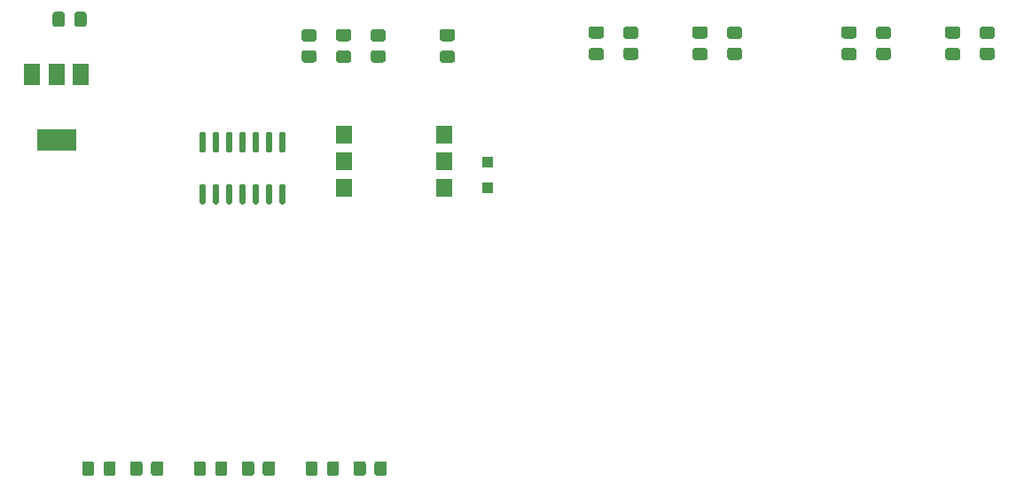
<source format=gbr>
%TF.GenerationSoftware,KiCad,Pcbnew,(5.1.10)-1*%
%TF.CreationDate,2021-06-26T12:31:51+02:00*%
%TF.ProjectId,mister-midi-pcb,6d697374-6572-42d6-9d69-64692d706362,rev?*%
%TF.SameCoordinates,Original*%
%TF.FileFunction,Paste,Top*%
%TF.FilePolarity,Positive*%
%FSLAX46Y46*%
G04 Gerber Fmt 4.6, Leading zero omitted, Abs format (unit mm)*
G04 Created by KiCad (PCBNEW (5.1.10)-1) date 2021-06-26 12:31:51*
%MOMM*%
%LPD*%
G01*
G04 APERTURE LIST*
%ADD10R,1.000000X1.000000*%
%ADD11R,1.500000X1.780000*%
%ADD12R,3.800000X2.000000*%
%ADD13R,1.500000X2.000000*%
G04 APERTURE END LIST*
%TO.C,C1*%
G36*
G01*
X68225000Y-99281000D02*
X68225000Y-98331000D01*
G75*
G02*
X68475000Y-98081000I250000J0D01*
G01*
X69150000Y-98081000D01*
G75*
G02*
X69400000Y-98331000I0J-250000D01*
G01*
X69400000Y-99281000D01*
G75*
G02*
X69150000Y-99531000I-250000J0D01*
G01*
X68475000Y-99531000D01*
G75*
G02*
X68225000Y-99281000I0J250000D01*
G01*
G37*
G36*
G01*
X70300000Y-99281000D02*
X70300000Y-98331000D01*
G75*
G02*
X70550000Y-98081000I250000J0D01*
G01*
X71225000Y-98081000D01*
G75*
G02*
X71475000Y-98331000I0J-250000D01*
G01*
X71475000Y-99281000D01*
G75*
G02*
X71225000Y-99531000I-250000J0D01*
G01*
X70550000Y-99531000D01*
G75*
G02*
X70300000Y-99281000I0J250000D01*
G01*
G37*
%TD*%
D10*
%TO.C,D1*%
X109728000Y-114915000D03*
X109728000Y-112415000D03*
%TD*%
%TO.C,D2*%
G36*
G01*
X71044000Y-142182001D02*
X71044000Y-141281999D01*
G75*
G02*
X71293999Y-141032000I249999J0D01*
G01*
X71944001Y-141032000D01*
G75*
G02*
X72194000Y-141281999I0J-249999D01*
G01*
X72194000Y-142182001D01*
G75*
G02*
X71944001Y-142432000I-249999J0D01*
G01*
X71293999Y-142432000D01*
G75*
G02*
X71044000Y-142182001I0J249999D01*
G01*
G37*
G36*
G01*
X73094000Y-142182001D02*
X73094000Y-141281999D01*
G75*
G02*
X73343999Y-141032000I249999J0D01*
G01*
X73994001Y-141032000D01*
G75*
G02*
X74244000Y-141281999I0J-249999D01*
G01*
X74244000Y-142182001D01*
G75*
G02*
X73994001Y-142432000I-249999J0D01*
G01*
X73343999Y-142432000D01*
G75*
G02*
X73094000Y-142182001I0J249999D01*
G01*
G37*
%TD*%
%TO.C,R1*%
G36*
G01*
X98863999Y-99746000D02*
X99764001Y-99746000D01*
G75*
G02*
X100014000Y-99995999I0J-249999D01*
G01*
X100014000Y-100696001D01*
G75*
G02*
X99764001Y-100946000I-249999J0D01*
G01*
X98863999Y-100946000D01*
G75*
G02*
X98614000Y-100696001I0J249999D01*
G01*
X98614000Y-99995999D01*
G75*
G02*
X98863999Y-99746000I249999J0D01*
G01*
G37*
G36*
G01*
X98863999Y-101746000D02*
X99764001Y-101746000D01*
G75*
G02*
X100014000Y-101995999I0J-249999D01*
G01*
X100014000Y-102696001D01*
G75*
G02*
X99764001Y-102946000I-249999J0D01*
G01*
X98863999Y-102946000D01*
G75*
G02*
X98614000Y-102696001I0J249999D01*
G01*
X98614000Y-101995999D01*
G75*
G02*
X98863999Y-101746000I249999J0D01*
G01*
G37*
%TD*%
%TO.C,R2*%
G36*
G01*
X92259999Y-101746000D02*
X93160001Y-101746000D01*
G75*
G02*
X93410000Y-101995999I0J-249999D01*
G01*
X93410000Y-102696001D01*
G75*
G02*
X93160001Y-102946000I-249999J0D01*
G01*
X92259999Y-102946000D01*
G75*
G02*
X92010000Y-102696001I0J249999D01*
G01*
X92010000Y-101995999D01*
G75*
G02*
X92259999Y-101746000I249999J0D01*
G01*
G37*
G36*
G01*
X92259999Y-99746000D02*
X93160001Y-99746000D01*
G75*
G02*
X93410000Y-99995999I0J-249999D01*
G01*
X93410000Y-100696001D01*
G75*
G02*
X93160001Y-100946000I-249999J0D01*
G01*
X92259999Y-100946000D01*
G75*
G02*
X92010000Y-100696001I0J249999D01*
G01*
X92010000Y-99995999D01*
G75*
G02*
X92259999Y-99746000I249999J0D01*
G01*
G37*
%TD*%
%TO.C,R3*%
G36*
G01*
X77616000Y-142182001D02*
X77616000Y-141281999D01*
G75*
G02*
X77865999Y-141032000I249999J0D01*
G01*
X78566001Y-141032000D01*
G75*
G02*
X78816000Y-141281999I0J-249999D01*
G01*
X78816000Y-142182001D01*
G75*
G02*
X78566001Y-142432000I-249999J0D01*
G01*
X77865999Y-142432000D01*
G75*
G02*
X77616000Y-142182001I0J249999D01*
G01*
G37*
G36*
G01*
X75616000Y-142182001D02*
X75616000Y-141281999D01*
G75*
G02*
X75865999Y-141032000I249999J0D01*
G01*
X76566001Y-141032000D01*
G75*
G02*
X76816000Y-141281999I0J-249999D01*
G01*
X76816000Y-142182001D01*
G75*
G02*
X76566001Y-142432000I-249999J0D01*
G01*
X75865999Y-142432000D01*
G75*
G02*
X75616000Y-142182001I0J249999D01*
G01*
G37*
%TD*%
%TO.C,R4*%
G36*
G01*
X123894001Y-102692000D02*
X122993999Y-102692000D01*
G75*
G02*
X122744000Y-102442001I0J249999D01*
G01*
X122744000Y-101741999D01*
G75*
G02*
X122993999Y-101492000I249999J0D01*
G01*
X123894001Y-101492000D01*
G75*
G02*
X124144000Y-101741999I0J-249999D01*
G01*
X124144000Y-102442001D01*
G75*
G02*
X123894001Y-102692000I-249999J0D01*
G01*
G37*
G36*
G01*
X123894001Y-100692000D02*
X122993999Y-100692000D01*
G75*
G02*
X122744000Y-100442001I0J249999D01*
G01*
X122744000Y-99741999D01*
G75*
G02*
X122993999Y-99492000I249999J0D01*
G01*
X123894001Y-99492000D01*
G75*
G02*
X124144000Y-99741999I0J-249999D01*
G01*
X124144000Y-100442001D01*
G75*
G02*
X123894001Y-100692000I-249999J0D01*
G01*
G37*
%TD*%
%TO.C,R5*%
G36*
G01*
X148024001Y-102692000D02*
X147123999Y-102692000D01*
G75*
G02*
X146874000Y-102442001I0J249999D01*
G01*
X146874000Y-101741999D01*
G75*
G02*
X147123999Y-101492000I249999J0D01*
G01*
X148024001Y-101492000D01*
G75*
G02*
X148274000Y-101741999I0J-249999D01*
G01*
X148274000Y-102442001D01*
G75*
G02*
X148024001Y-102692000I-249999J0D01*
G01*
G37*
G36*
G01*
X148024001Y-100692000D02*
X147123999Y-100692000D01*
G75*
G02*
X146874000Y-100442001I0J249999D01*
G01*
X146874000Y-99741999D01*
G75*
G02*
X147123999Y-99492000I249999J0D01*
G01*
X148024001Y-99492000D01*
G75*
G02*
X148274000Y-99741999I0J-249999D01*
G01*
X148274000Y-100442001D01*
G75*
G02*
X148024001Y-100692000I-249999J0D01*
G01*
G37*
%TD*%
%TO.C,R6*%
G36*
G01*
X132899999Y-101492000D02*
X133800001Y-101492000D01*
G75*
G02*
X134050000Y-101741999I0J-249999D01*
G01*
X134050000Y-102442001D01*
G75*
G02*
X133800001Y-102692000I-249999J0D01*
G01*
X132899999Y-102692000D01*
G75*
G02*
X132650000Y-102442001I0J249999D01*
G01*
X132650000Y-101741999D01*
G75*
G02*
X132899999Y-101492000I249999J0D01*
G01*
G37*
G36*
G01*
X132899999Y-99492000D02*
X133800001Y-99492000D01*
G75*
G02*
X134050000Y-99741999I0J-249999D01*
G01*
X134050000Y-100442001D01*
G75*
G02*
X133800001Y-100692000I-249999J0D01*
G01*
X132899999Y-100692000D01*
G75*
G02*
X132650000Y-100442001I0J249999D01*
G01*
X132650000Y-99741999D01*
G75*
G02*
X132899999Y-99492000I249999J0D01*
G01*
G37*
%TD*%
%TO.C,R7*%
G36*
G01*
X157930001Y-102692000D02*
X157029999Y-102692000D01*
G75*
G02*
X156780000Y-102442001I0J249999D01*
G01*
X156780000Y-101741999D01*
G75*
G02*
X157029999Y-101492000I249999J0D01*
G01*
X157930001Y-101492000D01*
G75*
G02*
X158180000Y-101741999I0J-249999D01*
G01*
X158180000Y-102442001D01*
G75*
G02*
X157930001Y-102692000I-249999J0D01*
G01*
G37*
G36*
G01*
X157930001Y-100692000D02*
X157029999Y-100692000D01*
G75*
G02*
X156780000Y-100442001I0J249999D01*
G01*
X156780000Y-99741999D01*
G75*
G02*
X157029999Y-99492000I249999J0D01*
G01*
X157930001Y-99492000D01*
G75*
G02*
X158180000Y-99741999I0J-249999D01*
G01*
X158180000Y-100442001D01*
G75*
G02*
X157930001Y-100692000I-249999J0D01*
G01*
G37*
%TD*%
D11*
%TO.C,U1*%
X105603000Y-114935000D03*
X96073000Y-109855000D03*
X105603000Y-112395000D03*
X96073000Y-112395000D03*
X105603000Y-109855000D03*
X96073000Y-114935000D03*
%TD*%
%TO.C,D3*%
G36*
G01*
X81712000Y-142182001D02*
X81712000Y-141281999D01*
G75*
G02*
X81961999Y-141032000I249999J0D01*
G01*
X82612001Y-141032000D01*
G75*
G02*
X82862000Y-141281999I0J-249999D01*
G01*
X82862000Y-142182001D01*
G75*
G02*
X82612001Y-142432000I-249999J0D01*
G01*
X81961999Y-142432000D01*
G75*
G02*
X81712000Y-142182001I0J249999D01*
G01*
G37*
G36*
G01*
X83762000Y-142182001D02*
X83762000Y-141281999D01*
G75*
G02*
X84011999Y-141032000I249999J0D01*
G01*
X84662001Y-141032000D01*
G75*
G02*
X84912000Y-141281999I0J-249999D01*
G01*
X84912000Y-142182001D01*
G75*
G02*
X84662001Y-142432000I-249999J0D01*
G01*
X84011999Y-142432000D01*
G75*
G02*
X83762000Y-142182001I0J249999D01*
G01*
G37*
%TD*%
%TO.C,D4*%
G36*
G01*
X94430000Y-142182001D02*
X94430000Y-141281999D01*
G75*
G02*
X94679999Y-141032000I249999J0D01*
G01*
X95330001Y-141032000D01*
G75*
G02*
X95580000Y-141281999I0J-249999D01*
G01*
X95580000Y-142182001D01*
G75*
G02*
X95330001Y-142432000I-249999J0D01*
G01*
X94679999Y-142432000D01*
G75*
G02*
X94430000Y-142182001I0J249999D01*
G01*
G37*
G36*
G01*
X92380000Y-142182001D02*
X92380000Y-141281999D01*
G75*
G02*
X92629999Y-141032000I249999J0D01*
G01*
X93280001Y-141032000D01*
G75*
G02*
X93530000Y-141281999I0J-249999D01*
G01*
X93530000Y-142182001D01*
G75*
G02*
X93280001Y-142432000I-249999J0D01*
G01*
X92629999Y-142432000D01*
G75*
G02*
X92380000Y-142182001I0J249999D01*
G01*
G37*
%TD*%
%TO.C,FB1*%
G36*
G01*
X96487000Y-102971000D02*
X95537000Y-102971000D01*
G75*
G02*
X95287000Y-102721000I0J250000D01*
G01*
X95287000Y-102046000D01*
G75*
G02*
X95537000Y-101796000I250000J0D01*
G01*
X96487000Y-101796000D01*
G75*
G02*
X96737000Y-102046000I0J-250000D01*
G01*
X96737000Y-102721000D01*
G75*
G02*
X96487000Y-102971000I-250000J0D01*
G01*
G37*
G36*
G01*
X96487000Y-100896000D02*
X95537000Y-100896000D01*
G75*
G02*
X95287000Y-100646000I0J250000D01*
G01*
X95287000Y-99971000D01*
G75*
G02*
X95537000Y-99721000I250000J0D01*
G01*
X96487000Y-99721000D01*
G75*
G02*
X96737000Y-99971000I0J-250000D01*
G01*
X96737000Y-100646000D01*
G75*
G02*
X96487000Y-100896000I-250000J0D01*
G01*
G37*
%TD*%
%TO.C,FB2*%
G36*
G01*
X106393000Y-100896000D02*
X105443000Y-100896000D01*
G75*
G02*
X105193000Y-100646000I0J250000D01*
G01*
X105193000Y-99971000D01*
G75*
G02*
X105443000Y-99721000I250000J0D01*
G01*
X106393000Y-99721000D01*
G75*
G02*
X106643000Y-99971000I0J-250000D01*
G01*
X106643000Y-100646000D01*
G75*
G02*
X106393000Y-100896000I-250000J0D01*
G01*
G37*
G36*
G01*
X106393000Y-102971000D02*
X105443000Y-102971000D01*
G75*
G02*
X105193000Y-102721000I0J250000D01*
G01*
X105193000Y-102046000D01*
G75*
G02*
X105443000Y-101796000I250000J0D01*
G01*
X106393000Y-101796000D01*
G75*
G02*
X106643000Y-102046000I0J-250000D01*
G01*
X106643000Y-102721000D01*
G75*
G02*
X106393000Y-102971000I-250000J0D01*
G01*
G37*
%TD*%
%TO.C,FB3*%
G36*
G01*
X129573000Y-99467000D02*
X130523000Y-99467000D01*
G75*
G02*
X130773000Y-99717000I0J-250000D01*
G01*
X130773000Y-100392000D01*
G75*
G02*
X130523000Y-100642000I-250000J0D01*
G01*
X129573000Y-100642000D01*
G75*
G02*
X129323000Y-100392000I0J250000D01*
G01*
X129323000Y-99717000D01*
G75*
G02*
X129573000Y-99467000I250000J0D01*
G01*
G37*
G36*
G01*
X129573000Y-101542000D02*
X130523000Y-101542000D01*
G75*
G02*
X130773000Y-101792000I0J-250000D01*
G01*
X130773000Y-102467000D01*
G75*
G02*
X130523000Y-102717000I-250000J0D01*
G01*
X129573000Y-102717000D01*
G75*
G02*
X129323000Y-102467000I0J250000D01*
G01*
X129323000Y-101792000D01*
G75*
G02*
X129573000Y-101542000I250000J0D01*
G01*
G37*
%TD*%
%TO.C,FB4*%
G36*
G01*
X153703000Y-101542000D02*
X154653000Y-101542000D01*
G75*
G02*
X154903000Y-101792000I0J-250000D01*
G01*
X154903000Y-102467000D01*
G75*
G02*
X154653000Y-102717000I-250000J0D01*
G01*
X153703000Y-102717000D01*
G75*
G02*
X153453000Y-102467000I0J250000D01*
G01*
X153453000Y-101792000D01*
G75*
G02*
X153703000Y-101542000I250000J0D01*
G01*
G37*
G36*
G01*
X153703000Y-99467000D02*
X154653000Y-99467000D01*
G75*
G02*
X154903000Y-99717000I0J-250000D01*
G01*
X154903000Y-100392000D01*
G75*
G02*
X154653000Y-100642000I-250000J0D01*
G01*
X153703000Y-100642000D01*
G75*
G02*
X153453000Y-100392000I0J250000D01*
G01*
X153453000Y-99717000D01*
G75*
G02*
X153703000Y-99467000I250000J0D01*
G01*
G37*
%TD*%
%TO.C,FB5*%
G36*
G01*
X120617000Y-100642000D02*
X119667000Y-100642000D01*
G75*
G02*
X119417000Y-100392000I0J250000D01*
G01*
X119417000Y-99717000D01*
G75*
G02*
X119667000Y-99467000I250000J0D01*
G01*
X120617000Y-99467000D01*
G75*
G02*
X120867000Y-99717000I0J-250000D01*
G01*
X120867000Y-100392000D01*
G75*
G02*
X120617000Y-100642000I-250000J0D01*
G01*
G37*
G36*
G01*
X120617000Y-102717000D02*
X119667000Y-102717000D01*
G75*
G02*
X119417000Y-102467000I0J250000D01*
G01*
X119417000Y-101792000D01*
G75*
G02*
X119667000Y-101542000I250000J0D01*
G01*
X120617000Y-101542000D01*
G75*
G02*
X120867000Y-101792000I0J-250000D01*
G01*
X120867000Y-102467000D01*
G75*
G02*
X120617000Y-102717000I-250000J0D01*
G01*
G37*
%TD*%
%TO.C,FB6*%
G36*
G01*
X144747000Y-102717000D02*
X143797000Y-102717000D01*
G75*
G02*
X143547000Y-102467000I0J250000D01*
G01*
X143547000Y-101792000D01*
G75*
G02*
X143797000Y-101542000I250000J0D01*
G01*
X144747000Y-101542000D01*
G75*
G02*
X144997000Y-101792000I0J-250000D01*
G01*
X144997000Y-102467000D01*
G75*
G02*
X144747000Y-102717000I-250000J0D01*
G01*
G37*
G36*
G01*
X144747000Y-100642000D02*
X143797000Y-100642000D01*
G75*
G02*
X143547000Y-100392000I0J250000D01*
G01*
X143547000Y-99717000D01*
G75*
G02*
X143797000Y-99467000I250000J0D01*
G01*
X144747000Y-99467000D01*
G75*
G02*
X144997000Y-99717000I0J-250000D01*
G01*
X144997000Y-100392000D01*
G75*
G02*
X144747000Y-100642000I-250000J0D01*
G01*
G37*
%TD*%
%TO.C,R8*%
G36*
G01*
X88284000Y-142182001D02*
X88284000Y-141281999D01*
G75*
G02*
X88533999Y-141032000I249999J0D01*
G01*
X89234001Y-141032000D01*
G75*
G02*
X89484000Y-141281999I0J-249999D01*
G01*
X89484000Y-142182001D01*
G75*
G02*
X89234001Y-142432000I-249999J0D01*
G01*
X88533999Y-142432000D01*
G75*
G02*
X88284000Y-142182001I0J249999D01*
G01*
G37*
G36*
G01*
X86284000Y-142182001D02*
X86284000Y-141281999D01*
G75*
G02*
X86533999Y-141032000I249999J0D01*
G01*
X87234001Y-141032000D01*
G75*
G02*
X87484000Y-141281999I0J-249999D01*
G01*
X87484000Y-142182001D01*
G75*
G02*
X87234001Y-142432000I-249999J0D01*
G01*
X86533999Y-142432000D01*
G75*
G02*
X86284000Y-142182001I0J249999D01*
G01*
G37*
%TD*%
%TO.C,R9*%
G36*
G01*
X96952000Y-142182001D02*
X96952000Y-141281999D01*
G75*
G02*
X97201999Y-141032000I249999J0D01*
G01*
X97902001Y-141032000D01*
G75*
G02*
X98152000Y-141281999I0J-249999D01*
G01*
X98152000Y-142182001D01*
G75*
G02*
X97902001Y-142432000I-249999J0D01*
G01*
X97201999Y-142432000D01*
G75*
G02*
X96952000Y-142182001I0J249999D01*
G01*
G37*
G36*
G01*
X98952000Y-142182001D02*
X98952000Y-141281999D01*
G75*
G02*
X99201999Y-141032000I249999J0D01*
G01*
X99902001Y-141032000D01*
G75*
G02*
X100152000Y-141281999I0J-249999D01*
G01*
X100152000Y-142182001D01*
G75*
G02*
X99902001Y-142432000I-249999J0D01*
G01*
X99201999Y-142432000D01*
G75*
G02*
X98952000Y-142182001I0J249999D01*
G01*
G37*
%TD*%
%TO.C,U2*%
G36*
G01*
X82700000Y-116480000D02*
X82400000Y-116480000D01*
G75*
G02*
X82250000Y-116330000I0J150000D01*
G01*
X82250000Y-114680000D01*
G75*
G02*
X82400000Y-114530000I150000J0D01*
G01*
X82700000Y-114530000D01*
G75*
G02*
X82850000Y-114680000I0J-150000D01*
G01*
X82850000Y-116330000D01*
G75*
G02*
X82700000Y-116480000I-150000J0D01*
G01*
G37*
G36*
G01*
X83970000Y-116480000D02*
X83670000Y-116480000D01*
G75*
G02*
X83520000Y-116330000I0J150000D01*
G01*
X83520000Y-114680000D01*
G75*
G02*
X83670000Y-114530000I150000J0D01*
G01*
X83970000Y-114530000D01*
G75*
G02*
X84120000Y-114680000I0J-150000D01*
G01*
X84120000Y-116330000D01*
G75*
G02*
X83970000Y-116480000I-150000J0D01*
G01*
G37*
G36*
G01*
X85240000Y-116480000D02*
X84940000Y-116480000D01*
G75*
G02*
X84790000Y-116330000I0J150000D01*
G01*
X84790000Y-114680000D01*
G75*
G02*
X84940000Y-114530000I150000J0D01*
G01*
X85240000Y-114530000D01*
G75*
G02*
X85390000Y-114680000I0J-150000D01*
G01*
X85390000Y-116330000D01*
G75*
G02*
X85240000Y-116480000I-150000J0D01*
G01*
G37*
G36*
G01*
X86510000Y-116480000D02*
X86210000Y-116480000D01*
G75*
G02*
X86060000Y-116330000I0J150000D01*
G01*
X86060000Y-114680000D01*
G75*
G02*
X86210000Y-114530000I150000J0D01*
G01*
X86510000Y-114530000D01*
G75*
G02*
X86660000Y-114680000I0J-150000D01*
G01*
X86660000Y-116330000D01*
G75*
G02*
X86510000Y-116480000I-150000J0D01*
G01*
G37*
G36*
G01*
X87780000Y-116480000D02*
X87480000Y-116480000D01*
G75*
G02*
X87330000Y-116330000I0J150000D01*
G01*
X87330000Y-114680000D01*
G75*
G02*
X87480000Y-114530000I150000J0D01*
G01*
X87780000Y-114530000D01*
G75*
G02*
X87930000Y-114680000I0J-150000D01*
G01*
X87930000Y-116330000D01*
G75*
G02*
X87780000Y-116480000I-150000J0D01*
G01*
G37*
G36*
G01*
X89050000Y-116480000D02*
X88750000Y-116480000D01*
G75*
G02*
X88600000Y-116330000I0J150000D01*
G01*
X88600000Y-114680000D01*
G75*
G02*
X88750000Y-114530000I150000J0D01*
G01*
X89050000Y-114530000D01*
G75*
G02*
X89200000Y-114680000I0J-150000D01*
G01*
X89200000Y-116330000D01*
G75*
G02*
X89050000Y-116480000I-150000J0D01*
G01*
G37*
G36*
G01*
X90320000Y-116480000D02*
X90020000Y-116480000D01*
G75*
G02*
X89870000Y-116330000I0J150000D01*
G01*
X89870000Y-114680000D01*
G75*
G02*
X90020000Y-114530000I150000J0D01*
G01*
X90320000Y-114530000D01*
G75*
G02*
X90470000Y-114680000I0J-150000D01*
G01*
X90470000Y-116330000D01*
G75*
G02*
X90320000Y-116480000I-150000J0D01*
G01*
G37*
G36*
G01*
X90320000Y-111530000D02*
X90020000Y-111530000D01*
G75*
G02*
X89870000Y-111380000I0J150000D01*
G01*
X89870000Y-109730000D01*
G75*
G02*
X90020000Y-109580000I150000J0D01*
G01*
X90320000Y-109580000D01*
G75*
G02*
X90470000Y-109730000I0J-150000D01*
G01*
X90470000Y-111380000D01*
G75*
G02*
X90320000Y-111530000I-150000J0D01*
G01*
G37*
G36*
G01*
X89050000Y-111530000D02*
X88750000Y-111530000D01*
G75*
G02*
X88600000Y-111380000I0J150000D01*
G01*
X88600000Y-109730000D01*
G75*
G02*
X88750000Y-109580000I150000J0D01*
G01*
X89050000Y-109580000D01*
G75*
G02*
X89200000Y-109730000I0J-150000D01*
G01*
X89200000Y-111380000D01*
G75*
G02*
X89050000Y-111530000I-150000J0D01*
G01*
G37*
G36*
G01*
X87780000Y-111530000D02*
X87480000Y-111530000D01*
G75*
G02*
X87330000Y-111380000I0J150000D01*
G01*
X87330000Y-109730000D01*
G75*
G02*
X87480000Y-109580000I150000J0D01*
G01*
X87780000Y-109580000D01*
G75*
G02*
X87930000Y-109730000I0J-150000D01*
G01*
X87930000Y-111380000D01*
G75*
G02*
X87780000Y-111530000I-150000J0D01*
G01*
G37*
G36*
G01*
X86510000Y-111530000D02*
X86210000Y-111530000D01*
G75*
G02*
X86060000Y-111380000I0J150000D01*
G01*
X86060000Y-109730000D01*
G75*
G02*
X86210000Y-109580000I150000J0D01*
G01*
X86510000Y-109580000D01*
G75*
G02*
X86660000Y-109730000I0J-150000D01*
G01*
X86660000Y-111380000D01*
G75*
G02*
X86510000Y-111530000I-150000J0D01*
G01*
G37*
G36*
G01*
X85240000Y-111530000D02*
X84940000Y-111530000D01*
G75*
G02*
X84790000Y-111380000I0J150000D01*
G01*
X84790000Y-109730000D01*
G75*
G02*
X84940000Y-109580000I150000J0D01*
G01*
X85240000Y-109580000D01*
G75*
G02*
X85390000Y-109730000I0J-150000D01*
G01*
X85390000Y-111380000D01*
G75*
G02*
X85240000Y-111530000I-150000J0D01*
G01*
G37*
G36*
G01*
X83970000Y-111530000D02*
X83670000Y-111530000D01*
G75*
G02*
X83520000Y-111380000I0J150000D01*
G01*
X83520000Y-109730000D01*
G75*
G02*
X83670000Y-109580000I150000J0D01*
G01*
X83970000Y-109580000D01*
G75*
G02*
X84120000Y-109730000I0J-150000D01*
G01*
X84120000Y-111380000D01*
G75*
G02*
X83970000Y-111530000I-150000J0D01*
G01*
G37*
G36*
G01*
X82700000Y-111530000D02*
X82400000Y-111530000D01*
G75*
G02*
X82250000Y-111380000I0J150000D01*
G01*
X82250000Y-109730000D01*
G75*
G02*
X82400000Y-109580000I150000J0D01*
G01*
X82700000Y-109580000D01*
G75*
G02*
X82850000Y-109730000I0J-150000D01*
G01*
X82850000Y-111380000D01*
G75*
G02*
X82700000Y-111530000I-150000J0D01*
G01*
G37*
%TD*%
D12*
%TO.C,U3*%
X68580000Y-110338000D03*
D13*
X68580000Y-104038000D03*
X66280000Y-104038000D03*
X70880000Y-104038000D03*
%TD*%
M02*

</source>
